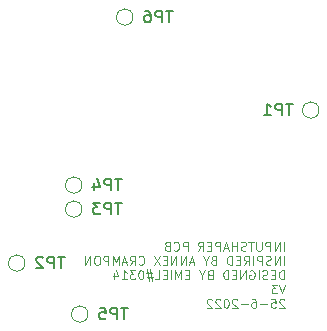
<source format=gbo>
G04 #@! TF.GenerationSoftware,KiCad,Pcbnew,(6.0.6)*
G04 #@! TF.CreationDate,2022-10-22T18:45:05+02:00*
G04 #@! TF.ProjectId,ADXL PCB,4144584c-2050-4434-922e-6b696361645f,rev?*
G04 #@! TF.SameCoordinates,Original*
G04 #@! TF.FileFunction,Legend,Bot*
G04 #@! TF.FilePolarity,Positive*
%FSLAX46Y46*%
G04 Gerber Fmt 4.6, Leading zero omitted, Abs format (unit mm)*
G04 Created by KiCad (PCBNEW (6.0.6)) date 2022-10-22 18:45:05*
%MOMM*%
%LPD*%
G01*
G04 APERTURE LIST*
%ADD10C,0.100000*%
%ADD11C,0.150000*%
%ADD12C,0.120000*%
G04 APERTURE END LIST*
D10*
X163078428Y-114256285D02*
X163078428Y-113506285D01*
X162721285Y-114256285D02*
X162721285Y-113506285D01*
X162292714Y-114256285D01*
X162292714Y-113506285D01*
X161935571Y-114256285D02*
X161935571Y-113506285D01*
X161649857Y-113506285D01*
X161578428Y-113542000D01*
X161542714Y-113577714D01*
X161507000Y-113649142D01*
X161507000Y-113756285D01*
X161542714Y-113827714D01*
X161578428Y-113863428D01*
X161649857Y-113899142D01*
X161935571Y-113899142D01*
X161185571Y-113506285D02*
X161185571Y-114113428D01*
X161149857Y-114184857D01*
X161114142Y-114220571D01*
X161042714Y-114256285D01*
X160899857Y-114256285D01*
X160828428Y-114220571D01*
X160792714Y-114184857D01*
X160757000Y-114113428D01*
X160757000Y-113506285D01*
X160507000Y-113506285D02*
X160078428Y-113506285D01*
X160292714Y-114256285D02*
X160292714Y-113506285D01*
X159864142Y-114220571D02*
X159757000Y-114256285D01*
X159578428Y-114256285D01*
X159507000Y-114220571D01*
X159471285Y-114184857D01*
X159435571Y-114113428D01*
X159435571Y-114042000D01*
X159471285Y-113970571D01*
X159507000Y-113934857D01*
X159578428Y-113899142D01*
X159721285Y-113863428D01*
X159792714Y-113827714D01*
X159828428Y-113792000D01*
X159864142Y-113720571D01*
X159864142Y-113649142D01*
X159828428Y-113577714D01*
X159792714Y-113542000D01*
X159721285Y-113506285D01*
X159542714Y-113506285D01*
X159435571Y-113542000D01*
X159114142Y-114256285D02*
X159114142Y-113506285D01*
X159114142Y-113863428D02*
X158685571Y-113863428D01*
X158685571Y-114256285D02*
X158685571Y-113506285D01*
X158364142Y-114042000D02*
X158007000Y-114042000D01*
X158435571Y-114256285D02*
X158185571Y-113506285D01*
X157935571Y-114256285D01*
X157685571Y-114256285D02*
X157685571Y-113506285D01*
X157399857Y-113506285D01*
X157328428Y-113542000D01*
X157292714Y-113577714D01*
X157257000Y-113649142D01*
X157257000Y-113756285D01*
X157292714Y-113827714D01*
X157328428Y-113863428D01*
X157399857Y-113899142D01*
X157685571Y-113899142D01*
X156935571Y-113863428D02*
X156685571Y-113863428D01*
X156578428Y-114256285D02*
X156935571Y-114256285D01*
X156935571Y-113506285D01*
X156578428Y-113506285D01*
X155828428Y-114256285D02*
X156078428Y-113899142D01*
X156257000Y-114256285D02*
X156257000Y-113506285D01*
X155971285Y-113506285D01*
X155899857Y-113542000D01*
X155864142Y-113577714D01*
X155828428Y-113649142D01*
X155828428Y-113756285D01*
X155864142Y-113827714D01*
X155899857Y-113863428D01*
X155971285Y-113899142D01*
X156257000Y-113899142D01*
X154935571Y-114256285D02*
X154935571Y-113506285D01*
X154649857Y-113506285D01*
X154578428Y-113542000D01*
X154542714Y-113577714D01*
X154507000Y-113649142D01*
X154507000Y-113756285D01*
X154542714Y-113827714D01*
X154578428Y-113863428D01*
X154649857Y-113899142D01*
X154935571Y-113899142D01*
X153757000Y-114184857D02*
X153792714Y-114220571D01*
X153899857Y-114256285D01*
X153971285Y-114256285D01*
X154078428Y-114220571D01*
X154149857Y-114149142D01*
X154185571Y-114077714D01*
X154221285Y-113934857D01*
X154221285Y-113827714D01*
X154185571Y-113684857D01*
X154149857Y-113613428D01*
X154078428Y-113542000D01*
X153971285Y-113506285D01*
X153899857Y-113506285D01*
X153792714Y-113542000D01*
X153757000Y-113577714D01*
X153185571Y-113863428D02*
X153078428Y-113899142D01*
X153042714Y-113934857D01*
X153007000Y-114006285D01*
X153007000Y-114113428D01*
X153042714Y-114184857D01*
X153078428Y-114220571D01*
X153149857Y-114256285D01*
X153435571Y-114256285D01*
X153435571Y-113506285D01*
X153185571Y-113506285D01*
X153114142Y-113542000D01*
X153078428Y-113577714D01*
X153042714Y-113649142D01*
X153042714Y-113720571D01*
X153078428Y-113792000D01*
X153114142Y-113827714D01*
X153185571Y-113863428D01*
X153435571Y-113863428D01*
X163078428Y-115463785D02*
X163078428Y-114713785D01*
X162721285Y-115463785D02*
X162721285Y-114713785D01*
X162292714Y-115463785D01*
X162292714Y-114713785D01*
X161971285Y-115428071D02*
X161864142Y-115463785D01*
X161685571Y-115463785D01*
X161614142Y-115428071D01*
X161578428Y-115392357D01*
X161542714Y-115320928D01*
X161542714Y-115249500D01*
X161578428Y-115178071D01*
X161614142Y-115142357D01*
X161685571Y-115106642D01*
X161828428Y-115070928D01*
X161899857Y-115035214D01*
X161935571Y-114999500D01*
X161971285Y-114928071D01*
X161971285Y-114856642D01*
X161935571Y-114785214D01*
X161899857Y-114749500D01*
X161828428Y-114713785D01*
X161649857Y-114713785D01*
X161542714Y-114749500D01*
X161221285Y-115463785D02*
X161221285Y-114713785D01*
X160935571Y-114713785D01*
X160864142Y-114749500D01*
X160828428Y-114785214D01*
X160792714Y-114856642D01*
X160792714Y-114963785D01*
X160828428Y-115035214D01*
X160864142Y-115070928D01*
X160935571Y-115106642D01*
X161221285Y-115106642D01*
X160471285Y-115463785D02*
X160471285Y-114713785D01*
X159685571Y-115463785D02*
X159935571Y-115106642D01*
X160114142Y-115463785D02*
X160114142Y-114713785D01*
X159828428Y-114713785D01*
X159757000Y-114749500D01*
X159721285Y-114785214D01*
X159685571Y-114856642D01*
X159685571Y-114963785D01*
X159721285Y-115035214D01*
X159757000Y-115070928D01*
X159828428Y-115106642D01*
X160114142Y-115106642D01*
X159364142Y-115070928D02*
X159114142Y-115070928D01*
X159007000Y-115463785D02*
X159364142Y-115463785D01*
X159364142Y-114713785D01*
X159007000Y-114713785D01*
X158685571Y-115463785D02*
X158685571Y-114713785D01*
X158507000Y-114713785D01*
X158399857Y-114749500D01*
X158328428Y-114820928D01*
X158292714Y-114892357D01*
X158257000Y-115035214D01*
X158257000Y-115142357D01*
X158292714Y-115285214D01*
X158328428Y-115356642D01*
X158399857Y-115428071D01*
X158507000Y-115463785D01*
X158685571Y-115463785D01*
X157114142Y-115070928D02*
X157007000Y-115106642D01*
X156971285Y-115142357D01*
X156935571Y-115213785D01*
X156935571Y-115320928D01*
X156971285Y-115392357D01*
X157007000Y-115428071D01*
X157078428Y-115463785D01*
X157364142Y-115463785D01*
X157364142Y-114713785D01*
X157114142Y-114713785D01*
X157042714Y-114749500D01*
X157007000Y-114785214D01*
X156971285Y-114856642D01*
X156971285Y-114928071D01*
X157007000Y-114999500D01*
X157042714Y-115035214D01*
X157114142Y-115070928D01*
X157364142Y-115070928D01*
X156471285Y-115106642D02*
X156471285Y-115463785D01*
X156721285Y-114713785D02*
X156471285Y-115106642D01*
X156221285Y-114713785D01*
X155435571Y-115249500D02*
X155078428Y-115249500D01*
X155507000Y-115463785D02*
X155257000Y-114713785D01*
X155007000Y-115463785D01*
X154757000Y-115463785D02*
X154757000Y-114713785D01*
X154328428Y-115463785D01*
X154328428Y-114713785D01*
X153971285Y-115463785D02*
X153971285Y-114713785D01*
X153542714Y-115463785D01*
X153542714Y-114713785D01*
X153185571Y-115070928D02*
X152935571Y-115070928D01*
X152828428Y-115463785D02*
X153185571Y-115463785D01*
X153185571Y-114713785D01*
X152828428Y-114713785D01*
X152578428Y-114713785D02*
X152078428Y-115463785D01*
X152078428Y-114713785D02*
X152578428Y-115463785D01*
X150792714Y-115392357D02*
X150828428Y-115428071D01*
X150935571Y-115463785D01*
X151007000Y-115463785D01*
X151114142Y-115428071D01*
X151185571Y-115356642D01*
X151221285Y-115285214D01*
X151257000Y-115142357D01*
X151257000Y-115035214D01*
X151221285Y-114892357D01*
X151185571Y-114820928D01*
X151114142Y-114749500D01*
X151007000Y-114713785D01*
X150935571Y-114713785D01*
X150828428Y-114749500D01*
X150792714Y-114785214D01*
X150042714Y-115463785D02*
X150292714Y-115106642D01*
X150471285Y-115463785D02*
X150471285Y-114713785D01*
X150185571Y-114713785D01*
X150114142Y-114749500D01*
X150078428Y-114785214D01*
X150042714Y-114856642D01*
X150042714Y-114963785D01*
X150078428Y-115035214D01*
X150114142Y-115070928D01*
X150185571Y-115106642D01*
X150471285Y-115106642D01*
X149757000Y-115249500D02*
X149399857Y-115249500D01*
X149828428Y-115463785D02*
X149578428Y-114713785D01*
X149328428Y-115463785D01*
X149078428Y-115463785D02*
X149078428Y-114713785D01*
X148828428Y-115249500D01*
X148578428Y-114713785D01*
X148578428Y-115463785D01*
X148221285Y-115463785D02*
X148221285Y-114713785D01*
X147935571Y-114713785D01*
X147864142Y-114749500D01*
X147828428Y-114785214D01*
X147792714Y-114856642D01*
X147792714Y-114963785D01*
X147828428Y-115035214D01*
X147864142Y-115070928D01*
X147935571Y-115106642D01*
X148221285Y-115106642D01*
X147328428Y-114713785D02*
X147185571Y-114713785D01*
X147114142Y-114749500D01*
X147042714Y-114820928D01*
X147007000Y-114963785D01*
X147007000Y-115213785D01*
X147042714Y-115356642D01*
X147114142Y-115428071D01*
X147185571Y-115463785D01*
X147328428Y-115463785D01*
X147399857Y-115428071D01*
X147471285Y-115356642D01*
X147507000Y-115213785D01*
X147507000Y-114963785D01*
X147471285Y-114820928D01*
X147399857Y-114749500D01*
X147328428Y-114713785D01*
X146685571Y-115463785D02*
X146685571Y-114713785D01*
X146257000Y-115463785D01*
X146257000Y-114713785D01*
X163078428Y-116671285D02*
X163078428Y-115921285D01*
X162899857Y-115921285D01*
X162792714Y-115957000D01*
X162721285Y-116028428D01*
X162685571Y-116099857D01*
X162649857Y-116242714D01*
X162649857Y-116349857D01*
X162685571Y-116492714D01*
X162721285Y-116564142D01*
X162792714Y-116635571D01*
X162899857Y-116671285D01*
X163078428Y-116671285D01*
X162328428Y-116278428D02*
X162078428Y-116278428D01*
X161971285Y-116671285D02*
X162328428Y-116671285D01*
X162328428Y-115921285D01*
X161971285Y-115921285D01*
X161685571Y-116635571D02*
X161578428Y-116671285D01*
X161399857Y-116671285D01*
X161328428Y-116635571D01*
X161292714Y-116599857D01*
X161257000Y-116528428D01*
X161257000Y-116457000D01*
X161292714Y-116385571D01*
X161328428Y-116349857D01*
X161399857Y-116314142D01*
X161542714Y-116278428D01*
X161614142Y-116242714D01*
X161649857Y-116207000D01*
X161685571Y-116135571D01*
X161685571Y-116064142D01*
X161649857Y-115992714D01*
X161614142Y-115957000D01*
X161542714Y-115921285D01*
X161364142Y-115921285D01*
X161257000Y-115957000D01*
X160935571Y-116671285D02*
X160935571Y-115921285D01*
X160185571Y-115957000D02*
X160257000Y-115921285D01*
X160364142Y-115921285D01*
X160471285Y-115957000D01*
X160542714Y-116028428D01*
X160578428Y-116099857D01*
X160614142Y-116242714D01*
X160614142Y-116349857D01*
X160578428Y-116492714D01*
X160542714Y-116564142D01*
X160471285Y-116635571D01*
X160364142Y-116671285D01*
X160292714Y-116671285D01*
X160185571Y-116635571D01*
X160149857Y-116599857D01*
X160149857Y-116349857D01*
X160292714Y-116349857D01*
X159828428Y-116671285D02*
X159828428Y-115921285D01*
X159399857Y-116671285D01*
X159399857Y-115921285D01*
X159042714Y-116278428D02*
X158792714Y-116278428D01*
X158685571Y-116671285D02*
X159042714Y-116671285D01*
X159042714Y-115921285D01*
X158685571Y-115921285D01*
X158364142Y-116671285D02*
X158364142Y-115921285D01*
X158185571Y-115921285D01*
X158078428Y-115957000D01*
X158007000Y-116028428D01*
X157971285Y-116099857D01*
X157935571Y-116242714D01*
X157935571Y-116349857D01*
X157971285Y-116492714D01*
X158007000Y-116564142D01*
X158078428Y-116635571D01*
X158185571Y-116671285D01*
X158364142Y-116671285D01*
X156792714Y-116278428D02*
X156685571Y-116314142D01*
X156649857Y-116349857D01*
X156614142Y-116421285D01*
X156614142Y-116528428D01*
X156649857Y-116599857D01*
X156685571Y-116635571D01*
X156757000Y-116671285D01*
X157042714Y-116671285D01*
X157042714Y-115921285D01*
X156792714Y-115921285D01*
X156721285Y-115957000D01*
X156685571Y-115992714D01*
X156649857Y-116064142D01*
X156649857Y-116135571D01*
X156685571Y-116207000D01*
X156721285Y-116242714D01*
X156792714Y-116278428D01*
X157042714Y-116278428D01*
X156149857Y-116314142D02*
X156149857Y-116671285D01*
X156399857Y-115921285D02*
X156149857Y-116314142D01*
X155899857Y-115921285D01*
X155078428Y-116278428D02*
X154828428Y-116278428D01*
X154721285Y-116671285D02*
X155078428Y-116671285D01*
X155078428Y-115921285D01*
X154721285Y-115921285D01*
X154399857Y-116671285D02*
X154399857Y-115921285D01*
X154149857Y-116457000D01*
X153899857Y-115921285D01*
X153899857Y-116671285D01*
X153542714Y-116671285D02*
X153542714Y-115921285D01*
X153185571Y-116278428D02*
X152935571Y-116278428D01*
X152828428Y-116671285D02*
X153185571Y-116671285D01*
X153185571Y-115921285D01*
X152828428Y-115921285D01*
X152149857Y-116671285D02*
X152507000Y-116671285D01*
X152507000Y-115921285D01*
X151935571Y-116171285D02*
X151399857Y-116171285D01*
X151721285Y-115849857D02*
X151935571Y-116814142D01*
X151471285Y-116492714D02*
X152007000Y-116492714D01*
X151685571Y-116814142D02*
X151471285Y-115849857D01*
X151007000Y-115921285D02*
X150935571Y-115921285D01*
X150864142Y-115957000D01*
X150828428Y-115992714D01*
X150792714Y-116064142D01*
X150757000Y-116207000D01*
X150757000Y-116385571D01*
X150792714Y-116528428D01*
X150828428Y-116599857D01*
X150864142Y-116635571D01*
X150935571Y-116671285D01*
X151007000Y-116671285D01*
X151078428Y-116635571D01*
X151114142Y-116599857D01*
X151149857Y-116528428D01*
X151185571Y-116385571D01*
X151185571Y-116207000D01*
X151149857Y-116064142D01*
X151114142Y-115992714D01*
X151078428Y-115957000D01*
X151007000Y-115921285D01*
X150507000Y-115921285D02*
X150042714Y-115921285D01*
X150292714Y-116207000D01*
X150185571Y-116207000D01*
X150114142Y-116242714D01*
X150078428Y-116278428D01*
X150042714Y-116349857D01*
X150042714Y-116528428D01*
X150078428Y-116599857D01*
X150114142Y-116635571D01*
X150185571Y-116671285D01*
X150399857Y-116671285D01*
X150471285Y-116635571D01*
X150507000Y-116599857D01*
X149328428Y-116671285D02*
X149757000Y-116671285D01*
X149542714Y-116671285D02*
X149542714Y-115921285D01*
X149614142Y-116028428D01*
X149685571Y-116099857D01*
X149757000Y-116135571D01*
X148685571Y-116171285D02*
X148685571Y-116671285D01*
X148864142Y-115885571D02*
X149042714Y-116421285D01*
X148578428Y-116421285D01*
X163185571Y-117128785D02*
X162935571Y-117878785D01*
X162685571Y-117128785D01*
X162507000Y-117128785D02*
X162042714Y-117128785D01*
X162292714Y-117414500D01*
X162185571Y-117414500D01*
X162114142Y-117450214D01*
X162078428Y-117485928D01*
X162042714Y-117557357D01*
X162042714Y-117735928D01*
X162078428Y-117807357D01*
X162114142Y-117843071D01*
X162185571Y-117878785D01*
X162399857Y-117878785D01*
X162471285Y-117843071D01*
X162507000Y-117807357D01*
X163114142Y-118407714D02*
X163078428Y-118372000D01*
X163007000Y-118336285D01*
X162828428Y-118336285D01*
X162757000Y-118372000D01*
X162721285Y-118407714D01*
X162685571Y-118479142D01*
X162685571Y-118550571D01*
X162721285Y-118657714D01*
X163149857Y-119086285D01*
X162685571Y-119086285D01*
X162007000Y-118336285D02*
X162364142Y-118336285D01*
X162399857Y-118693428D01*
X162364142Y-118657714D01*
X162292714Y-118622000D01*
X162114142Y-118622000D01*
X162042714Y-118657714D01*
X162007000Y-118693428D01*
X161971285Y-118764857D01*
X161971285Y-118943428D01*
X162007000Y-119014857D01*
X162042714Y-119050571D01*
X162114142Y-119086285D01*
X162292714Y-119086285D01*
X162364142Y-119050571D01*
X162399857Y-119014857D01*
X161649857Y-118800571D02*
X161078428Y-118800571D01*
X160399857Y-118336285D02*
X160542714Y-118336285D01*
X160614142Y-118372000D01*
X160649857Y-118407714D01*
X160721285Y-118514857D01*
X160757000Y-118657714D01*
X160757000Y-118943428D01*
X160721285Y-119014857D01*
X160685571Y-119050571D01*
X160614142Y-119086285D01*
X160471285Y-119086285D01*
X160399857Y-119050571D01*
X160364142Y-119014857D01*
X160328428Y-118943428D01*
X160328428Y-118764857D01*
X160364142Y-118693428D01*
X160399857Y-118657714D01*
X160471285Y-118622000D01*
X160614142Y-118622000D01*
X160685571Y-118657714D01*
X160721285Y-118693428D01*
X160757000Y-118764857D01*
X160007000Y-118800571D02*
X159435571Y-118800571D01*
X159114142Y-118407714D02*
X159078428Y-118372000D01*
X159007000Y-118336285D01*
X158828428Y-118336285D01*
X158757000Y-118372000D01*
X158721285Y-118407714D01*
X158685571Y-118479142D01*
X158685571Y-118550571D01*
X158721285Y-118657714D01*
X159149857Y-119086285D01*
X158685571Y-119086285D01*
X158221285Y-118336285D02*
X158149857Y-118336285D01*
X158078428Y-118372000D01*
X158042714Y-118407714D01*
X158007000Y-118479142D01*
X157971285Y-118622000D01*
X157971285Y-118800571D01*
X158007000Y-118943428D01*
X158042714Y-119014857D01*
X158078428Y-119050571D01*
X158149857Y-119086285D01*
X158221285Y-119086285D01*
X158292714Y-119050571D01*
X158328428Y-119014857D01*
X158364142Y-118943428D01*
X158399857Y-118800571D01*
X158399857Y-118622000D01*
X158364142Y-118479142D01*
X158328428Y-118407714D01*
X158292714Y-118372000D01*
X158221285Y-118336285D01*
X157685571Y-118407714D02*
X157649857Y-118372000D01*
X157578428Y-118336285D01*
X157399857Y-118336285D01*
X157328428Y-118372000D01*
X157292714Y-118407714D01*
X157257000Y-118479142D01*
X157257000Y-118550571D01*
X157292714Y-118657714D01*
X157721285Y-119086285D01*
X157257000Y-119086285D01*
X156971285Y-118407714D02*
X156935571Y-118372000D01*
X156864142Y-118336285D01*
X156685571Y-118336285D01*
X156614142Y-118372000D01*
X156578428Y-118407714D01*
X156542714Y-118479142D01*
X156542714Y-118550571D01*
X156578428Y-118657714D01*
X157007000Y-119086285D01*
X156542714Y-119086285D01*
D11*
X163821904Y-101814380D02*
X163250476Y-101814380D01*
X163536190Y-102814380D02*
X163536190Y-101814380D01*
X162917142Y-102814380D02*
X162917142Y-101814380D01*
X162536190Y-101814380D01*
X162440952Y-101862000D01*
X162393333Y-101909619D01*
X162345714Y-102004857D01*
X162345714Y-102147714D01*
X162393333Y-102242952D01*
X162440952Y-102290571D01*
X162536190Y-102338190D01*
X162917142Y-102338190D01*
X161393333Y-102814380D02*
X161964761Y-102814380D01*
X161679047Y-102814380D02*
X161679047Y-101814380D01*
X161774285Y-101957238D01*
X161869523Y-102052476D01*
X161964761Y-102100095D01*
X153661904Y-93940380D02*
X153090476Y-93940380D01*
X153376190Y-94940380D02*
X153376190Y-93940380D01*
X152757142Y-94940380D02*
X152757142Y-93940380D01*
X152376190Y-93940380D01*
X152280952Y-93988000D01*
X152233333Y-94035619D01*
X152185714Y-94130857D01*
X152185714Y-94273714D01*
X152233333Y-94368952D01*
X152280952Y-94416571D01*
X152376190Y-94464190D01*
X152757142Y-94464190D01*
X151328571Y-93940380D02*
X151519047Y-93940380D01*
X151614285Y-93988000D01*
X151661904Y-94035619D01*
X151757142Y-94178476D01*
X151804761Y-94368952D01*
X151804761Y-94749904D01*
X151757142Y-94845142D01*
X151709523Y-94892761D01*
X151614285Y-94940380D01*
X151423809Y-94940380D01*
X151328571Y-94892761D01*
X151280952Y-94845142D01*
X151233333Y-94749904D01*
X151233333Y-94511809D01*
X151280952Y-94416571D01*
X151328571Y-94368952D01*
X151423809Y-94321333D01*
X151614285Y-94321333D01*
X151709523Y-94368952D01*
X151757142Y-94416571D01*
X151804761Y-94511809D01*
X144517904Y-114768380D02*
X143946476Y-114768380D01*
X144232190Y-115768380D02*
X144232190Y-114768380D01*
X143613142Y-115768380D02*
X143613142Y-114768380D01*
X143232190Y-114768380D01*
X143136952Y-114816000D01*
X143089333Y-114863619D01*
X143041714Y-114958857D01*
X143041714Y-115101714D01*
X143089333Y-115196952D01*
X143136952Y-115244571D01*
X143232190Y-115292190D01*
X143613142Y-115292190D01*
X142660761Y-114863619D02*
X142613142Y-114816000D01*
X142517904Y-114768380D01*
X142279809Y-114768380D01*
X142184571Y-114816000D01*
X142136952Y-114863619D01*
X142089333Y-114958857D01*
X142089333Y-115054095D01*
X142136952Y-115196952D01*
X142708380Y-115768380D01*
X142089333Y-115768380D01*
X149343904Y-108164380D02*
X148772476Y-108164380D01*
X149058190Y-109164380D02*
X149058190Y-108164380D01*
X148439142Y-109164380D02*
X148439142Y-108164380D01*
X148058190Y-108164380D01*
X147962952Y-108212000D01*
X147915333Y-108259619D01*
X147867714Y-108354857D01*
X147867714Y-108497714D01*
X147915333Y-108592952D01*
X147962952Y-108640571D01*
X148058190Y-108688190D01*
X148439142Y-108688190D01*
X147010571Y-108497714D02*
X147010571Y-109164380D01*
X147248666Y-108116761D02*
X147486761Y-108831047D01*
X146867714Y-108831047D01*
X149851904Y-119086380D02*
X149280476Y-119086380D01*
X149566190Y-120086380D02*
X149566190Y-119086380D01*
X148947142Y-120086380D02*
X148947142Y-119086380D01*
X148566190Y-119086380D01*
X148470952Y-119134000D01*
X148423333Y-119181619D01*
X148375714Y-119276857D01*
X148375714Y-119419714D01*
X148423333Y-119514952D01*
X148470952Y-119562571D01*
X148566190Y-119610190D01*
X148947142Y-119610190D01*
X147470952Y-119086380D02*
X147947142Y-119086380D01*
X147994761Y-119562571D01*
X147947142Y-119514952D01*
X147851904Y-119467333D01*
X147613809Y-119467333D01*
X147518571Y-119514952D01*
X147470952Y-119562571D01*
X147423333Y-119657809D01*
X147423333Y-119895904D01*
X147470952Y-119991142D01*
X147518571Y-120038761D01*
X147613809Y-120086380D01*
X147851904Y-120086380D01*
X147947142Y-120038761D01*
X147994761Y-119991142D01*
X149343904Y-110196380D02*
X148772476Y-110196380D01*
X149058190Y-111196380D02*
X149058190Y-110196380D01*
X148439142Y-111196380D02*
X148439142Y-110196380D01*
X148058190Y-110196380D01*
X147962952Y-110244000D01*
X147915333Y-110291619D01*
X147867714Y-110386857D01*
X147867714Y-110529714D01*
X147915333Y-110624952D01*
X147962952Y-110672571D01*
X148058190Y-110720190D01*
X148439142Y-110720190D01*
X147534380Y-110196380D02*
X146915333Y-110196380D01*
X147248666Y-110577333D01*
X147105809Y-110577333D01*
X147010571Y-110624952D01*
X146962952Y-110672571D01*
X146915333Y-110767809D01*
X146915333Y-111005904D01*
X146962952Y-111101142D01*
X147010571Y-111148761D01*
X147105809Y-111196380D01*
X147391523Y-111196380D01*
X147486761Y-111148761D01*
X147534380Y-111101142D01*
D12*
X166054000Y-102362000D02*
G75*
G03*
X166054000Y-102362000I-700000J0D01*
G01*
X150306000Y-94488000D02*
G75*
G03*
X150306000Y-94488000I-700000J0D01*
G01*
X141162000Y-115316000D02*
G75*
G03*
X141162000Y-115316000I-700000J0D01*
G01*
X145988000Y-108712000D02*
G75*
G03*
X145988000Y-108712000I-700000J0D01*
G01*
X146496000Y-119634000D02*
G75*
G03*
X146496000Y-119634000I-700000J0D01*
G01*
X145988000Y-110744000D02*
G75*
G03*
X145988000Y-110744000I-700000J0D01*
G01*
M02*

</source>
